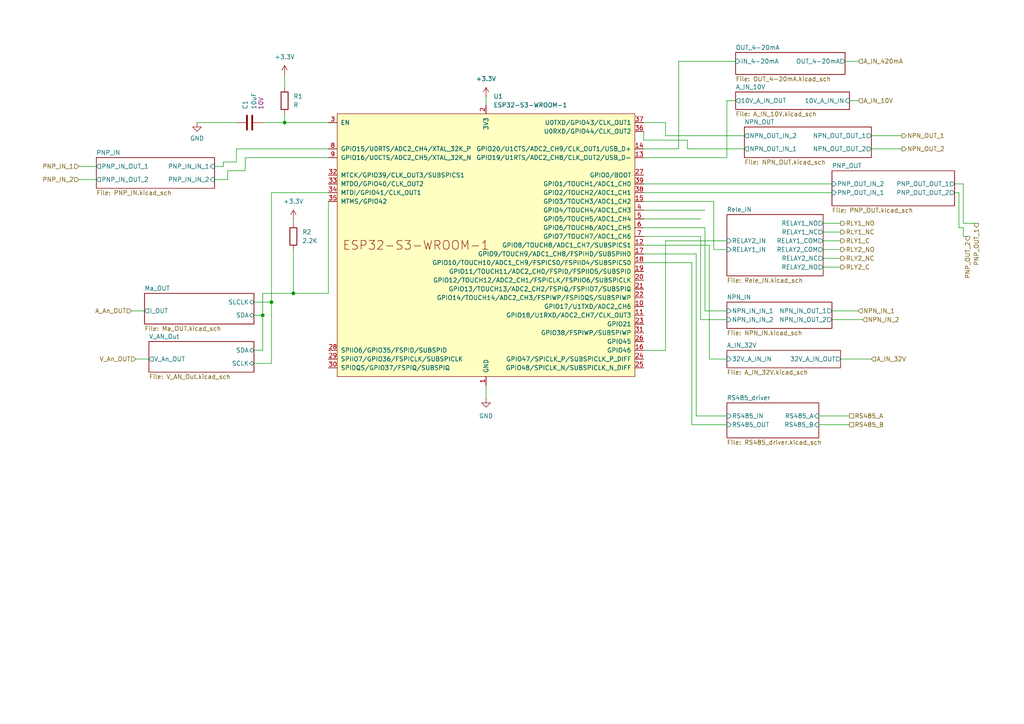
<source format=kicad_sch>
(kicad_sch (version 20250114) (generator "eeschema") (generator_version "9.0")
  (paper "A4")
  (lib_symbols
    (symbol "Device:C" (pin_numbers (hide yes)) (pin_names (offset 0.254))
      (property "Reference" "C" (at 0.635 2.54 0))
      (property "Value" "C" (at 0.635 -2.54 0))
      (symbol "C_0_1"
        (polyline (pts (xy -2.032 0.762) (xy 2.032 0.762)) (stroke (width 0.508)))
        (polyline (pts (xy -2.032 -0.762) (xy 2.032 -0.762)) (stroke (width 0.508)))
      )
      (symbol "C_1_1"
        (pin passive line (at 0 3.81 270) (length 2.794) (name "~") (number "1"))
        (pin passive line (at 0 -3.81 90) (length 2.794) (name "~") (number "2"))
      )
    )
    (symbol "Device:R" (pin_numbers (hide yes)) (pin_names (offset 0))
      (property "Reference" "R" (at 2.032 0 90))
      (property "Value" "R" (at 0 0 90))
      (symbol "R_0_1"
        (rectangle (start -1.016 -2.54) (end 1.016 2.54) (stroke (width 0.254)))
      )
      (symbol "R_1_1"
        (pin passive line (at 0 3.81 270) (length 1.27) (name "~") (number "1"))
        (pin passive line (at 0 -3.81 90) (length 1.27) (name "~") (number "2"))
      )
    )
    (symbol "PCM_Espressif:ESP32-S3-WROOM-1" (pin_names (offset 1.016))
      (property "Reference" "U" (at -43.18 43.18 0))
      (property "Value" "ESP32-S3-WROOM-1" (at -43.18 40.64 0))
      (symbol "ESP32-S3-WROOM-1_0_0"
        (text "ESP32-S3-WROOM-1" (at -20.32 0 0) (effects (font (size 2.54 2.54))))
        (pin input line (at -45.72 35.56 0) (length 2.54) (name "EN") (number "3"))
        (pin bidirectional line (at -45.72 27.94 0) (length 2.54) (name "GPIO15/U0RTS/ADC2_CH4/XTAL_32K_P") (number "8"))
        (pin bidirectional line (at -45.72 25.4 0) (length 2.54) (name "GPIO16/U0CTS/ADC2_CH5/XTAL_32K_N") (number "9"))
        (pin bidirectional line (at -45.72 20.32 0) (length 2.54) (name "MTCK/GPIO39/CLK_OUT3/SUBSPICS1") (number "32"))
        (pin bidirectional line (at -45.72 17.78 0) (length 2.54) (name "MTDO/GPIO40/CLK_OUT2") (number "33"))
        (pin bidirectional line (at -45.72 15.24 0) (length 2.54) (name "MTDI/GPIO41/CLK_OUT1") (number "34"))
        (pin bidirectional line (at -45.72 12.7 0) (length 2.54) (name "MTMS/GPIO42") (number "35"))
        (pin bidirectional line (at -45.72 -30.48 0) (length 2.54) (name "SPIIO6/GPIO35/FSPID/SUBSPID") (number "28"))
        (pin bidirectional line (at -45.72 -33.02 0) (length 2.54) (name "SPIIO7/GPIO36/FSPICLK/SUBSPICLK") (number "29"))
        (pin bidirectional line (at -45.72 -35.56 0) (length 2.54) (name "SPIDQS/GPIO37/FSPIQ/SUBSPIQ") (number "30"))
        (pin power_in line (at 0 40.64 270) (length 2.54) (name "3V3") (number "2"))
        (pin power_in line (at 0 -40.64 90) (length 2.54) (name "GND") (number "1"))
        (pin passive line (at 0 -40.64 90) (length 2.54) (hide yes) (name "GND") (number "40"))
        (pin passive line (at 0 -40.64 90) (length 2.54) (hide yes) (name "GND") (number "41"))
        (pin bidirectional line (at 45.72 35.56 180) (length 2.54) (name "U0TXD/GPIO43/CLK_OUT1") (number "37"))
        (pin bidirectional line (at 45.72 33.02 180) (length 2.54) (name "U0RXD/GPIO44/CLK_OUT2") (number "36"))
        (pin bidirectional line (at 45.72 27.94 180) (length 2.54) (name "GPIO20/U1CTS/ADC2_CH9/CLK_OUT1/USB_D+") (number "14"))
        (pin bidirectional line (at 45.72 25.4 180) (length 2.54) (name "GPIO19/U1RTS/ADC2_CH8/CLK_OUT2/USB_D-") (number "13"))
        (pin bidirectional line (at 45.72 20.32 180) (length 2.54) (name "GPIO0/BOOT") (number "27"))
        (pin bidirectional line (at 45.72 17.78 180) (length 2.54) (name "GPIO1/TOUCH1/ADC1_CH0") (number "39"))
        (pin bidirectional line (at 45.72 15.24 180) (length 2.54) (name "GPIO2/TOUCH2/ADC1_CH1") (number "38"))
        (pin bidirectional line (at 45.72 12.7 180) (length 2.54) (name "GPIO3/TOUCH3/ADC1_CH2") (number "15"))
        (pin bidirectional line (at 45.72 10.16 180) (length 2.54) (name "GPIO4/TOUCH4/ADC1_CH3") (number "4"))
        (pin bidirectional line (at 45.72 7.62 180) (length 2.54) (name "GPIO5/TOUCH5/ADC1_CH4") (number "5"))
        (pin bidirectional line (at 45.72 5.08 180) (length 2.54) (name "GPIO6/TOUCH6/ADC1_CH5") (number "6"))
        (pin bidirectional line (at 45.72 2.54 180) (length 2.54) (name "GPIO7/TOUCH7/ADC1_CH6") (number "7"))
        (pin bidirectional line (at 45.72 0 180) (length 2.54) (name "GPIO8/TOUCH8/ADC1_CH7/SUBSPICS1") (number "12"))
        (pin bidirectional line (at 45.72 -2.54 180) (length 2.54) (name "GPIO9/TOUCH9/ADC1_CH8/FSPIHD/SUBSPIHD") (number "17"))
        (pin bidirectional line (at 45.72 -5.08 180) (length 2.54) (name "GPIO10/TOUCH10/ADC1_CH9/FSPICS0/FSPIIO4/SUBSPICS0") (number "18"))
        (pin bidirectional line (at 45.72 -7.62 180) (length 2.54) (name "GPIO11/TOUCH11/ADC2_CH0/FSPID/FSPIIO5/SUBSPID") (number "19"))
        (pin bidirectional line (at 45.72 -10.16 180) (length 2.54) (name "GPIO12/TOUCH12/ADC2_CH1/FSPICLK/FSPIIO6/SUBSPICLK") (number "20"))
        (pin bidirectional line (at 45.72 -12.7 180) (length 2.54) (name "GPIO13/TOUCH13/ADC2_CH2/FSPIQ/FSPIIO7/SUBSPIQ") (number "21"))
        (pin bidirectional line (at 45.72 -15.24 180) (length 2.54) (name "GPIO14/TOUCH14/ADC2_CH3/FSPIWP/FSPIDQS/SUBSPIWP") (number "22"))
        (pin bidirectional line (at 45.72 -17.78 180) (length 2.54) (name "GPIO17/U1TXD/ADC2_CH6") (number "10"))
        (pin bidirectional line (at 45.72 -20.32 180) (length 2.54) (name "GPIO18/U1RXD/ADC2_CH7/CLK_OUT3") (number "11"))
        (pin bidirectional line (at 45.72 -22.86 180) (length 2.54) (name "GPIO21") (number "23"))
        (pin bidirectional line (at 45.72 -25.4 180) (length 2.54) (name "GPIO38/FSPIWP/SUBSPIWP") (number "31"))
        (pin bidirectional line (at 45.72 -27.94 180) (length 2.54) (name "GPIO45") (number "26"))
        (pin bidirectional line (at 45.72 -30.48 180) (length 2.54) (name "GPIO46") (number "16"))
        (pin bidirectional line (at 45.72 -33.02 180) (length 2.54) (name "GPIO47/SPICLK_P/SUBSPICLK_P_DIFF") (number "24"))
        (pin bidirectional line (at 45.72 -35.56 180) (length 2.54) (name "GPIO48/SPICLK_N/SUBSPICLK_N_DIFF") (number "25"))
      )
      (symbol "ESP32-S3-WROOM-1_0_1"
        (rectangle (start -43.18 38.1) (end 43.18 -38.1) (fill (type background)))
      )
    )
    (symbol "power:+3.3V" (power) (pin_numbers (hide yes)) (pin_names (offset 0) (hide yes))
      (property "Value" "+3.3V" (at 0 3.556 0))
      (symbol "+3.3V_0_1"
        (polyline (pts (xy -0.762 1.27) (xy 0 2.54)))
        (polyline (pts (xy 0 2.54) (xy 0.762 1.27)))
        (polyline (pts (xy 0 0) (xy 0 2.54)))
      )
      (symbol "+3.3V_1_1"
        (pin power_in line (at 0 0 90) (length 0) (name "~") (number "1"))
      )
    )
    (symbol "power:GND" (power) (pin_numbers (hide yes)) (pin_names (offset 0) (hide yes))
      (property "Value" "GND" (at 0 -3.81 0))
      (symbol "GND_0_1"
        (polyline (pts (xy 0 0) (xy 0 -1.27) (xy 1.27 -1.27) (xy 0 -2.54) (xy -1.27 -1.27) (xy 0 -1.27)))
      )
      (symbol "GND_1_1"
        (pin power_in line (at 0 0 270) (length 0) (name "~") (number "1"))
      )
    )
  )
  (junction (at 82.55 35.56))
  (junction (at 85.09 85.09))
  (junction (at 78.74 87.63))
  (junction (at 76.2 91.44))
  (wire (pts (xy 82.55 21.59) (xy 82.55 25.4)))
  (wire (pts (xy 278.13 55.88) (xy 276.86 55.88)))
  (wire (pts (xy 237.49 120.65) (xy 246.38 120.65)))
  (wire (pts (xy 241.3 90.17) (xy 248.92 90.17)))
  (wire (pts (xy 68.58 46.99) (xy 68.58 43.18)))
  (wire (pts (xy 39.37 104.14) (xy 43.18 104.14)))
  (wire (pts (xy 279.4 64.77) (xy 279.4 53.34)))
  (wire (pts (xy 78.74 55.88) (xy 95.25 55.88)))
  (wire (pts (xy 203.2 63.5) (xy 186.69 63.5)))
  (wire (pts (xy 85.09 63.5) (xy 85.09 64.77)))
  (wire (pts (xy 199.39 43.18) (xy 199.39 40.64)))
  (wire (pts (xy 204.47 90.17) (xy 210.82 90.17)))
  (wire (pts (xy 193.04 39.37) (xy 215.9 39.37)))
  (wire (pts (xy 279.4 64.77) (xy 283.21 64.77)))
  (wire (pts (xy 64.77 46.99) (xy 68.58 46.99)))
  (wire (pts (xy 186.69 71.12) (xy 205.74 71.12)))
  (wire (pts (xy 241.3 92.71) (xy 250.19 92.71)))
  (wire (pts (xy 57.15 35.56) (xy 68.58 35.56)))
  (wire (pts (xy 238.76 69.85) (xy 243.84 69.85)))
  (wire (pts (xy 238.76 64.77) (xy 243.84 64.77)))
  (wire (pts (xy 186.69 76.2) (xy 200.66 76.2)))
  (wire (pts (xy 73.66 105.41) (xy 78.74 105.41)))
  (wire (pts (xy 186.69 68.58) (xy 203.2 68.58)))
  (wire (pts (xy 261.62 39.37) (xy 252.73 39.37)))
  (wire (pts (xy 238.76 74.93) (xy 243.84 74.93)))
  (wire (pts (xy 204.47 60.96) (xy 186.69 60.96)))
  (wire (pts (xy 278.13 66.04) (xy 278.13 55.88)))
  (wire (pts (xy 186.69 55.88) (xy 241.3 55.88)))
  (wire (pts (xy 203.2 92.71) (xy 203.2 68.58)))
  (wire (pts (xy 210.82 29.21) (xy 210.82 45.72)))
  (wire (pts (xy 78.74 105.41) (xy 78.74 87.63)))
  (wire (pts (xy 76.2 91.44) (xy 76.2 101.6)))
  (wire (pts (xy 205.74 71.12) (xy 205.74 104.14)))
  (wire (pts (xy 85.09 85.09) (xy 76.2 85.09)))
  (wire (pts (xy 95.25 85.09) (xy 85.09 85.09)))
  (wire (pts (xy 201.93 120.65) (xy 210.82 120.65)))
  (wire (pts (xy 261.62 43.18) (xy 252.73 43.18)))
  (wire (pts (xy 140.97 111.76) (xy 140.97 115.57)))
  (wire (pts (xy 203.2 92.71) (xy 210.82 92.71)))
  (wire (pts (xy 204.47 66.04) (xy 204.47 90.17)))
  (wire (pts (xy 200.66 76.2) (xy 200.66 123.19)))
  (wire (pts (xy 78.74 87.63) (xy 78.74 55.88)))
  (wire (pts (xy 62.23 48.26) (xy 64.77 48.26)))
  (wire (pts (xy 196.85 17.78) (xy 213.36 17.78)))
  (wire (pts (xy 71.12 45.72) (xy 95.25 45.72)))
  (wire (pts (xy 193.04 101.6) (xy 186.69 101.6)))
  (wire (pts (xy 85.09 72.39) (xy 85.09 85.09)))
  (wire (pts (xy 186.69 43.18) (xy 196.85 43.18)))
  (wire (pts (xy 76.2 85.09) (xy 76.2 91.44)))
  (wire (pts (xy 186.69 53.34) (xy 241.3 53.34)))
  (wire (pts (xy 27.94 48.26) (xy 22.86 48.26)))
  (wire (pts (xy 279.4 53.34) (xy 276.86 53.34)))
  (wire (pts (xy 64.77 48.26) (xy 64.77 46.99)))
  (wire (pts (xy 73.66 101.6) (xy 76.2 101.6)))
  (wire (pts (xy 200.66 123.19) (xy 210.82 123.19)))
  (wire (pts (xy 205.74 104.14) (xy 210.82 104.14)))
  (wire (pts (xy 186.69 66.04) (xy 204.47 66.04)))
  (wire (pts (xy 66.04 52.07) (xy 66.04 49.53)))
  (wire (pts (xy 278.13 66.04) (xy 279.4 66.04)))
  (wire (pts (xy 238.76 77.47) (xy 243.84 77.47)))
  (wire (pts (xy 238.76 72.39) (xy 243.84 72.39)))
  (wire (pts (xy 210.82 45.72) (xy 186.69 45.72)))
  (wire (pts (xy 245.11 17.78) (xy 248.92 17.78)))
  (wire (pts (xy 71.12 49.53) (xy 71.12 45.72)))
  (wire (pts (xy 210.82 69.85) (xy 193.04 69.85)))
  (wire (pts (xy 73.66 91.44) (xy 76.2 91.44)))
  (wire (pts (xy 68.58 43.18) (xy 95.25 43.18)))
  (wire (pts (xy 279.4 68.58) (xy 280.67 68.58)))
  (wire (pts (xy 193.04 69.85) (xy 193.04 101.6)))
  (wire (pts (xy 95.25 85.09) (xy 95.25 58.42)))
  (wire (pts (xy 238.76 67.31) (xy 243.84 67.31)))
  (wire (pts (xy 140.97 27.94) (xy 140.97 30.48)))
  (wire (pts (xy 207.01 58.42) (xy 207.01 72.39)))
  (wire (pts (xy 193.04 39.37) (xy 193.04 35.56)))
  (wire (pts (xy 210.82 29.21) (xy 213.36 29.21)))
  (wire (pts (xy 78.74 87.63) (xy 73.66 87.63)))
  (wire (pts (xy 201.93 73.66) (xy 201.93 120.65)))
  (wire (pts (xy 82.55 35.56) (xy 95.25 35.56)))
  (wire (pts (xy 82.55 33.02) (xy 82.55 35.56)))
  (wire (pts (xy 76.2 35.56) (xy 82.55 35.56)))
  (wire (pts (xy 62.23 52.07) (xy 66.04 52.07)))
  (wire (pts (xy 207.01 72.39) (xy 210.82 72.39)))
  (wire (pts (xy 279.4 66.04) (xy 279.4 68.58)))
  (wire (pts (xy 38.1 90.17) (xy 41.91 90.17)))
  (wire (pts (xy 246.38 29.21) (xy 248.92 29.21)))
  (wire (pts (xy 66.04 49.53) (xy 71.12 49.53)))
  (wire (pts (xy 186.69 73.66) (xy 201.93 73.66)))
  (wire (pts (xy 243.84 104.14) (xy 252.73 104.14)))
  (wire (pts (xy 215.9 43.18) (xy 199.39 43.18)))
  (wire (pts (xy 193.04 35.56) (xy 186.69 35.56)))
  (wire (pts (xy 27.94 52.07) (xy 22.86 52.07)))
  (wire (pts (xy 199.39 40.64) (xy 186.69 40.64)))
  (wire (pts (xy 186.69 40.64) (xy 186.69 38.1)))
  (wire (pts (xy 237.49 123.19) (xy 246.38 123.19)))
  (wire (pts (xy 196.85 17.78) (xy 196.85 43.18)))
  (wire (pts (xy 207.01 58.42) (xy 186.69 58.42)))
  (hierarchical_label "RLY2_NO" (shape output) (at 243.84 72.39 0))
  (hierarchical_label "V_An_OUT" (shape input) (at 39.37 104.14 180))
  (hierarchical_label "PNP_OUT_2" (shape output) (at 280.67 68.58 270))
  (hierarchical_label "RS485_B" (shape passive) (at 246.38 123.19 0))
  (hierarchical_label "A_An_OUT" (shape input) (at 38.1 90.17 180))
  (hierarchical_label "RLY1_NO" (shape output) (at 243.84 64.77 0))
  (hierarchical_label "PNP_OUT_1" (shape output) (at 283.21 64.77 270))
  (hierarchical_label "RS485_A" (shape passive) (at 246.38 120.65 0))
  (hierarchical_label "NPN_OUT_1" (shape output) (at 261.62 39.37 0))
  (hierarchical_label "NPN_IN_1" (shape input) (at 248.92 90.17 0))
  (hierarchical_label "A_IN_420mA" (shape input) (at 248.92 17.78 0))
  (hierarchical_label "RLY1_C" (shape output) (at 243.84 69.85 0))
  (hierarchical_label "PNP_IN_2" (shape input) (at 22.86 52.07 180))
  (hierarchical_label "RLY1_NC" (shape output) (at 243.84 67.31 0))
  (hierarchical_label "NPN_IN_2" (shape input) (at 250.19 92.71 0))
  (hierarchical_label "NPN_OUT_2" (shape output) (at 261.62 43.18 0))
  (hierarchical_label "PNP_IN_1" (shape input) (at 22.86 48.26 180))
  (hierarchical_label "RLY2_NC" (shape output) (at 243.84 74.93 0))
  (hierarchical_label "A_IN_10V" (shape input) (at 248.92 29.21 0))
  (hierarchical_label "A_IN_32V" (shape input) (at 252.73 104.14 0))
  (hierarchical_label "RLY2_C" (shape output) (at 243.84 77.47 0))
  (symbol (lib_id "Device:C") (at 72.39 35.56 90) (unit 1)
    (property "Reference" "C1" (at 71.1199 31.75 0) (effects (justify left)))
    (property "Value" "10uF" (at 73.6599 31.75 0) (effects (justify left)))
    (property "Footprint" "Capacitor_SMD:C_0201_0603Metric" (effects (hide yes)))
    (property "Description" "Unpolarized capacitor" (effects (hide yes)))
    (property "Vol" "10V" (at 75.692 29.972 0))
  )
  (symbol (lib_id "Device:R") (at 82.55 29.21 0) (unit 1)
    (property "Reference" "R1" (at 85.09 27.9399 0) (effects (justify left)))
    (property "Value" "R" (at 85.09 30.4799 0) (effects (justify left)))
    (property "Footprint" "Resistor_SMD:R_0201_0603Metric" (effects (hide yes)))
    (property "Description" "Resistor" (effects (hide yes)))
  )
  (symbol (lib_id "Device:R") (at 85.09 68.58 0) (unit 1)
    (property "Reference" "R2" (at 87.63 67.3099 0) (effects (justify left)))
    (property "Value" "2.2K" (at 87.63 69.8499 0) (effects (justify left)))
    (property "Footprint" "Resistor_SMD:R_0201_0603Metric" (effects (hide yes)))
    (property "Description" "Resistor" (effects (hide yes)))
  )
  (symbol (lib_id "power:+3.3V") (at 82.55 21.59 0) (unit 1)
    (property "Reference" "#PWR08" (effects (hide yes)))
    (property "Value" "+3.3V" (at 82.55 16.51 0))
    (property "Description" "Power symbol creates a global label with name \"+3.3V\"" (effects (hide yes)))
  )
  (symbol (lib_id "power:GND") (at 140.97 115.57 0) (unit 1)
    (property "Reference" "#PWR011" (effects (hide yes)))
    (property "Value" "GND" (at 140.97 120.65 0))
    (property "Description" "Power symbol creates a global label with name \"GND\" , ground" (effects (hide yes)))
  )
  (symbol (lib_id "power:GND") (at 57.15 35.56 0) (unit 1)
    (property "Reference" "#PWR07" (effects (hide yes)))
    (property "Value" "GND" (at 57.15 40.132 0))
    (property "Description" "Power symbol creates a global label with name \"GND\" , ground" (effects (hide yes)))
  )
  (symbol (lib_id "power:+3.3V") (at 85.09 63.5 0) (unit 1)
    (property "Reference" "#PWR09" (effects (hide yes)))
    (property "Value" "+3.3V" (at 85.09 58.42 0))
    (property "Description" "Power symbol creates a global label with name \"+3.3V\"" (effects (hide yes)))
  )
  (symbol (lib_id "PCM_Espressif:ESP32-S3-WROOM-1") (at 140.97 71.12 0) (unit 1)
    (property "Reference" "U1" (at 143.1133 27.94 0) (effects (justify left)))
    (property "Value" "ESP32-S3-WROOM-1" (at 143.1133 30.48 0) (effects (justify left)))
    (property "Footprint" "RF_Module:ESP32-S3-WROOM-1" (effects (hide yes)))
    (property "Datasheet" "https://www.espressif.com/sites/default/files/documentation/esp32-s3-wroom-1_wroom-1u_datasheet_en.pdf" (effects (hide yes)))
    (property "Description" "2.4 GHz WiFi (802.11 b/g/n) and Bluetooth ® 5 (LE) module Built around ESP32S3 series of SoCs, Xtensa ® dualcore 32bit LX7 microprocessor Flash up to 16 MB, PSRAM up to 8 MB 36 GPIOs, rich set of peripherals Onboard PCB antenna" (effects (hide yes)))
  )
  (symbol (lib_id "power:+3.3V") (at 140.97 27.94 0) (unit 1)
    (property "Reference" "#PWR010" (effects (hide yes)))
    (property "Value" "+3.3V" (at 140.97 22.86 0))
    (property "Description" "Power symbol creates a global label with name \"+3.3V\"" (effects (hide yes)))
  )
  (sheet (at 210.82 116.84) (size 26.67 10.16) (stroke (width 0.1524))
    (property "Sheetname" "RS485_driver" (at 210.82 116.1284 0) (effects (justify left bottom)))
    (property "Sheetfile" "RS485_driver.kicad_sch" (at 210.82 127.5846 0) (effects (justify left top)))
    (pin "RS485_A" input (at 237.49 120.65 0))
    (pin "RS485_B" input (at 237.49 123.19 0))
    (pin "RS485_IN" input (at 210.82 120.65 180))
    (pin "RS485_OUT" input (at 210.82 123.19 180))
  )
  (sheet (at 210.82 101.6) (size 33.02 5.08) (stroke (width 0.1524))
    (property "Sheetname" "A_IN_32V" (at 210.82 100.8884 0) (effects (justify left bottom)))
    (property "Sheetfile" "A_IN_32V.kicad_sch" (at 210.82 107.2646 0) (effects (justify left top)))
    (pin "32V_A_IN_IN" input (at 210.82 104.14 180))
    (pin "32V_A_IN_OUT" output (at 243.84 104.14 0))
  )
  (sheet (at 43.18 99.06) (size 30.48 8.89) (stroke (width 0.1524))
    (property "Sheetname" "V_AN_Out" (at 43.18 98.3484 0) (effects (justify left bottom)))
    (property "Sheetfile" "V_AN_Out.kicad_sch" (at 43.18 108.5346 0) (effects (justify left top)))
    (pin "SCLK" bidirectional (at 73.66 105.41 0))
    (pin "SDA" bidirectional (at 73.66 101.6 0))
    (pin "V_An_OUT" output (at 43.18 104.14 180))
  )
  (sheet (at 210.82 62.23) (size 27.94 17.78) (stroke (width 0.1524))
    (property "Sheetname" "Rele_IN" (at 210.82 61.5184 0) (effects (justify left bottom)))
    (property "Sheetfile" "Rele_IN.kicad_sch" (at 210.82 80.5946 0) (effects (justify left top)))
    (pin "RELAY1_COM" output (at 238.76 69.85 0))
    (pin "RELAY1_IN" input (at 210.82 72.39 180))
    (pin "RELAY1_NC" output (at 238.76 67.31 0))
    (pin "RELAY1_NO" output (at 238.76 64.77 0))
    (pin "RELAY2_COM" output (at 238.76 72.39 0))
    (pin "RELAY2_IN" input (at 210.82 69.85 180))
    (pin "RELAY2_NC" output (at 238.76 74.93 0))
    (pin "RELAY2_NO" output (at 238.76 77.47 0))
  )
  (sheet (at 213.36 15.24) (size 31.75 6.35) (stroke (width 0.1524))
    (property "Sheetname" "OUT_4-20mA" (at 213.36 14.5284 0) (effects (justify left bottom)))
    (property "Sheetfile" "OUT_4-20mA.kicad_sch" (at 213.36 22.1746 0) (effects (justify left top)))
    (pin "IN_4-20mA" input (at 213.36 17.78 180))
    (pin "OUT_4-20mA" output (at 245.11 17.78 0))
  )
  (sheet (at 41.91 85.09) (size 31.75 8.89) (stroke (width 0.1524))
    (property "Sheetname" "Ma_OUT" (at 41.91 84.3784 0) (effects (justify left bottom)))
    (property "Sheetfile" "Ma_OUT.kicad_sch" (at 41.91 94.5646 0) (effects (justify left top)))
    (pin "SDA" bidirectional (at 73.66 91.44 0))
    (pin "SLCLK" bidirectional (at 73.66 87.63 0))
    (pin "I_OUT" output (at 41.91 90.17 180))
  )
  (sheet (at 210.82 87.63) (size 30.48 7.62) (stroke (width 0.1524))
    (property "Sheetname" "NPN_IN" (at 210.82 86.9184 0) (effects (justify left bottom)))
    (property "Sheetfile" "NPN_IN.kicad_sch" (at 210.82 95.8346 0) (effects (justify left top)))
    (pin "NPN_IN_IN_1" input (at 210.82 90.17 180))
    (pin "NPN_IN_IN_2" input (at 210.82 92.71 180))
    (pin "NPN_IN_OUT_1" output (at 241.3 90.17 0))
    (pin "NPN_IN_OUT_2" output (at 241.3 92.71 0))
  )
  (sheet (at 215.9 36.83) (size 36.83 8.89) (stroke (width 0.1524))
    (property "Sheetname" "NPN_OUT" (at 215.9 36.1184 0) (effects (justify left bottom)))
    (property "Sheetfile" "NPN_OUT.kicad_sch" (at 215.9 46.3046 0) (effects (justify left top)))
    (pin "NPN_OUT_IN_1" output (at 215.9 43.18 180))
    (pin "NPN_OUT_IN_2" output (at 215.9 39.37 180))
    (pin "NPN_OUT_OUT_1" output (at 252.73 39.37 0))
    (pin "NPN_OUT_OUT_2" output (at 252.73 43.18 0))
  )
  (sheet (at 27.94 45.72) (size 34.29 8.89) (stroke (width 0.1524))
    (property "Sheetname" "PNP_IN" (at 27.94 45.0084 0) (effects (justify left bottom)))
    (property "Sheetfile" "PNP_IN.kicad_sch" (at 27.94 55.1946 0) (effects (justify left top)))
    (pin "PNP_IN_IN_1" input (at 62.23 48.26 0))
    (pin "PNP_IN_IN_2" input (at 62.23 52.07 0))
    (pin "PNP_IN_OUT_1" output (at 27.94 48.26 180))
    (pin "PNP_IN_OUT_2" output (at 27.94 52.07 180))
  )
  (sheet (at 241.3 49.53) (size 35.56 10.16) (stroke (width 0.1524))
    (property "Sheetname" "PNP_OUT" (at 241.3 48.8184 0) (effects (justify left bottom)))
    (property "Sheetfile" "PNP_OUT.kicad_sch" (at 241.3 60.2746 0) (effects (justify left top)))
    (pin "PNP_OUT_IN_1" input (at 241.3 55.88 180))
    (pin "PNP_OUT_IN_2" input (at 241.3 53.34 180))
    (pin "PNP_OUT_OUT_1" output (at 276.86 53.34 0))
    (pin "PNP_OUT_OUT_2" output (at 276.86 55.88 0))
  )
  (sheet (at 213.36 26.67) (size 33.02 5.08) (stroke (width 0.1524))
    (property "Sheetname" "A_IN_10V" (at 213.36 25.9584 0) (effects (justify left bottom)))
    (property "Sheetfile" "A_IN_10V.kicad_sch" (at 213.36 32.3346 0) (effects (justify left top)))
    (pin "10V_A_IN_IN" input (at 246.38 29.21 0))
    (pin "10V_A_IN_OUT" output (at 213.36 29.21 180))
  )
)
</source>
